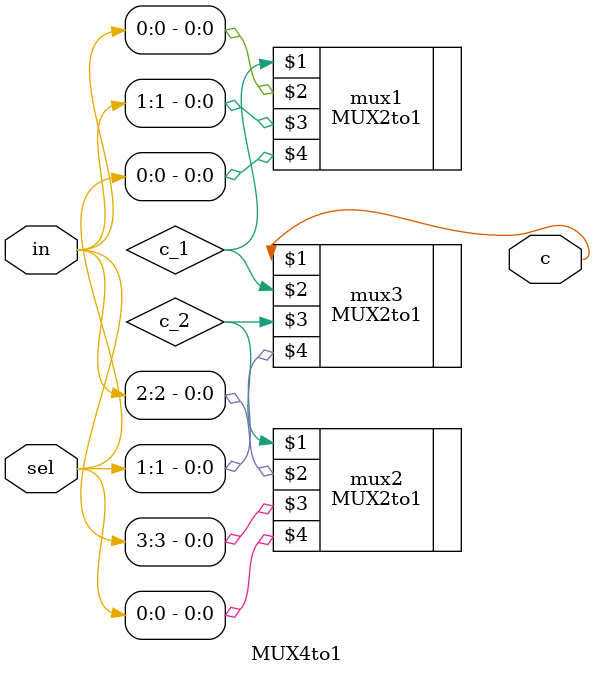
<source format=v>
module MUX4to1 (c,in,sel);
  output c;
  input [3:0] in;
  input [1:0] sel;

  MUX2to1 mux1 (c_1, in[0], in[1], sel[0]);
  MUX2to1 mux2 (c_2, in[2], in[3], sel[0]);
  MUX2to1 mux3 (c, c_1, c_2, sel[1]);

endmodule
</source>
